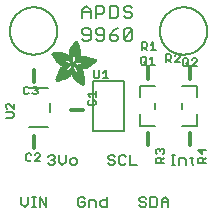
<source format=gbr>
G04 EAGLE Gerber RS-274X export*
G75*
%MOMM*%
%FSLAX34Y34*%
%LPD*%
%INSilkscreen Top*%
%IPPOS*%
%AMOC8*
5,1,8,0,0,1.08239X$1,22.5*%
G01*
%ADD10C,0.152400*%
%ADD11C,0.203200*%
%ADD12C,0.127000*%
%ADD13C,0.304800*%
%ADD14R,0.050800X0.006300*%
%ADD15R,0.082600X0.006400*%
%ADD16R,0.120600X0.006300*%
%ADD17R,0.139700X0.006400*%
%ADD18R,0.158800X0.006300*%
%ADD19R,0.177800X0.006400*%
%ADD20R,0.196800X0.006300*%
%ADD21R,0.215900X0.006400*%
%ADD22R,0.228600X0.006300*%
%ADD23R,0.241300X0.006400*%
%ADD24R,0.254000X0.006300*%
%ADD25R,0.266700X0.006400*%
%ADD26R,0.279400X0.006300*%
%ADD27R,0.285700X0.006400*%
%ADD28R,0.298400X0.006300*%
%ADD29R,0.311200X0.006400*%
%ADD30R,0.317500X0.006300*%
%ADD31R,0.330200X0.006400*%
%ADD32R,0.336600X0.006300*%
%ADD33R,0.349200X0.006400*%
%ADD34R,0.361900X0.006300*%
%ADD35R,0.368300X0.006400*%
%ADD36R,0.381000X0.006300*%
%ADD37R,0.387300X0.006400*%
%ADD38R,0.393700X0.006300*%
%ADD39R,0.406400X0.006400*%
%ADD40R,0.412700X0.006300*%
%ADD41R,0.419100X0.006400*%
%ADD42R,0.431800X0.006300*%
%ADD43R,0.438100X0.006400*%
%ADD44R,0.450800X0.006300*%
%ADD45R,0.457200X0.006400*%
%ADD46R,0.463500X0.006300*%
%ADD47R,0.476200X0.006400*%
%ADD48R,0.482600X0.006300*%
%ADD49R,0.488900X0.006400*%
%ADD50R,0.501600X0.006300*%
%ADD51R,0.508000X0.006400*%
%ADD52R,0.514300X0.006300*%
%ADD53R,0.527000X0.006400*%
%ADD54R,0.533400X0.006300*%
%ADD55R,0.546100X0.006400*%
%ADD56R,0.552400X0.006300*%
%ADD57R,0.558800X0.006400*%
%ADD58R,0.571500X0.006300*%
%ADD59R,0.577800X0.006400*%
%ADD60R,0.584200X0.006300*%
%ADD61R,0.596900X0.006400*%
%ADD62R,0.603200X0.006300*%
%ADD63R,0.609600X0.006400*%
%ADD64R,0.622300X0.006300*%
%ADD65R,0.628600X0.006400*%
%ADD66R,0.641300X0.006300*%
%ADD67R,0.647700X0.006400*%
%ADD68R,0.063500X0.006300*%
%ADD69R,0.654000X0.006300*%
%ADD70R,0.101600X0.006400*%
%ADD71R,0.666700X0.006400*%
%ADD72R,0.139700X0.006300*%
%ADD73R,0.673100X0.006300*%
%ADD74R,0.165100X0.006400*%
%ADD75R,0.679400X0.006400*%
%ADD76R,0.196900X0.006300*%
%ADD77R,0.692100X0.006300*%
%ADD78R,0.222200X0.006400*%
%ADD79R,0.698500X0.006400*%
%ADD80R,0.247700X0.006300*%
%ADD81R,0.704800X0.006300*%
%ADD82R,0.279400X0.006400*%
%ADD83R,0.717500X0.006400*%
%ADD84R,0.298500X0.006300*%
%ADD85R,0.723900X0.006300*%
%ADD86R,0.736600X0.006400*%
%ADD87R,0.342900X0.006300*%
%ADD88R,0.742900X0.006300*%
%ADD89R,0.374700X0.006400*%
%ADD90R,0.749300X0.006400*%
%ADD91R,0.762000X0.006300*%
%ADD92R,0.412700X0.006400*%
%ADD93R,0.768300X0.006400*%
%ADD94R,0.438100X0.006300*%
%ADD95R,0.774700X0.006300*%
%ADD96R,0.463600X0.006400*%
%ADD97R,0.787400X0.006400*%
%ADD98R,0.793700X0.006300*%
%ADD99R,0.495300X0.006400*%
%ADD100R,0.800100X0.006400*%
%ADD101R,0.520700X0.006300*%
%ADD102R,0.812800X0.006300*%
%ADD103R,0.533400X0.006400*%
%ADD104R,0.819100X0.006400*%
%ADD105R,0.558800X0.006300*%
%ADD106R,0.825500X0.006300*%
%ADD107R,0.577900X0.006400*%
%ADD108R,0.831800X0.006400*%
%ADD109R,0.596900X0.006300*%
%ADD110R,0.844500X0.006300*%
%ADD111R,0.616000X0.006400*%
%ADD112R,0.850900X0.006400*%
%ADD113R,0.635000X0.006300*%
%ADD114R,0.857200X0.006300*%
%ADD115R,0.654100X0.006400*%
%ADD116R,0.863600X0.006400*%
%ADD117R,0.666700X0.006300*%
%ADD118R,0.869900X0.006300*%
%ADD119R,0.685800X0.006400*%
%ADD120R,0.876300X0.006400*%
%ADD121R,0.882600X0.006300*%
%ADD122R,0.723900X0.006400*%
%ADD123R,0.889000X0.006400*%
%ADD124R,0.895300X0.006300*%
%ADD125R,0.755700X0.006400*%
%ADD126R,0.901700X0.006400*%
%ADD127R,0.908000X0.006300*%
%ADD128R,0.793800X0.006400*%
%ADD129R,0.914400X0.006400*%
%ADD130R,0.806400X0.006300*%
%ADD131R,0.920700X0.006300*%
%ADD132R,0.825500X0.006400*%
%ADD133R,0.927100X0.006400*%
%ADD134R,0.933400X0.006300*%
%ADD135R,0.857300X0.006400*%
%ADD136R,0.939800X0.006400*%
%ADD137R,0.870000X0.006300*%
%ADD138R,0.939800X0.006300*%
%ADD139R,0.946100X0.006400*%
%ADD140R,0.952500X0.006300*%
%ADD141R,0.908000X0.006400*%
%ADD142R,0.958800X0.006400*%
%ADD143R,0.965200X0.006300*%
%ADD144R,0.965200X0.006400*%
%ADD145R,0.971500X0.006300*%
%ADD146R,0.952500X0.006400*%
%ADD147R,0.977900X0.006400*%
%ADD148R,0.958800X0.006300*%
%ADD149R,0.984200X0.006300*%
%ADD150R,0.971500X0.006400*%
%ADD151R,0.984200X0.006400*%
%ADD152R,0.990600X0.006300*%
%ADD153R,0.984300X0.006400*%
%ADD154R,0.996900X0.006400*%
%ADD155R,0.997000X0.006300*%
%ADD156R,0.996900X0.006300*%
%ADD157R,1.003300X0.006400*%
%ADD158R,1.016000X0.006300*%
%ADD159R,1.009600X0.006300*%
%ADD160R,1.016000X0.006400*%
%ADD161R,1.009600X0.006400*%
%ADD162R,1.022300X0.006300*%
%ADD163R,1.028700X0.006400*%
%ADD164R,1.035100X0.006300*%
%ADD165R,1.047800X0.006400*%
%ADD166R,1.054100X0.006300*%
%ADD167R,1.028700X0.006300*%
%ADD168R,1.054100X0.006400*%
%ADD169R,1.035000X0.006400*%
%ADD170R,1.060400X0.006300*%
%ADD171R,1.035000X0.006300*%
%ADD172R,1.060500X0.006400*%
%ADD173R,1.041400X0.006400*%
%ADD174R,1.066800X0.006300*%
%ADD175R,1.041400X0.006300*%
%ADD176R,1.079500X0.006400*%
%ADD177R,1.047700X0.006400*%
%ADD178R,1.085900X0.006300*%
%ADD179R,1.047700X0.006300*%
%ADD180R,1.085800X0.006400*%
%ADD181R,1.092200X0.006300*%
%ADD182R,1.085900X0.006400*%
%ADD183R,1.098600X0.006300*%
%ADD184R,1.098600X0.006400*%
%ADD185R,1.060400X0.006400*%
%ADD186R,1.104900X0.006300*%
%ADD187R,1.104900X0.006400*%
%ADD188R,1.066800X0.006400*%
%ADD189R,1.111200X0.006300*%
%ADD190R,1.117600X0.006400*%
%ADD191R,1.117600X0.006300*%
%ADD192R,1.073100X0.006300*%
%ADD193R,1.073100X0.006400*%
%ADD194R,1.124000X0.006300*%
%ADD195R,1.079500X0.006300*%
%ADD196R,1.123900X0.006400*%
%ADD197R,1.130300X0.006300*%
%ADD198R,1.130300X0.006400*%
%ADD199R,1.136700X0.006400*%
%ADD200R,1.136700X0.006300*%
%ADD201R,1.085800X0.006300*%
%ADD202R,1.136600X0.006400*%
%ADD203R,1.136600X0.006300*%
%ADD204R,1.143000X0.006400*%
%ADD205R,1.143000X0.006300*%
%ADD206R,1.149400X0.006300*%
%ADD207R,1.149300X0.006300*%
%ADD208R,1.149300X0.006400*%
%ADD209R,1.149400X0.006400*%
%ADD210R,1.155700X0.006400*%
%ADD211R,1.155700X0.006300*%
%ADD212R,1.060500X0.006300*%
%ADD213R,2.197100X0.006400*%
%ADD214R,2.197100X0.006300*%
%ADD215R,2.184400X0.006300*%
%ADD216R,2.184400X0.006400*%
%ADD217R,2.171700X0.006400*%
%ADD218R,2.171700X0.006300*%
%ADD219R,1.530300X0.006400*%
%ADD220R,1.505000X0.006300*%
%ADD221R,1.492300X0.006400*%
%ADD222R,1.485900X0.006300*%
%ADD223R,0.565200X0.006300*%
%ADD224R,1.473200X0.006400*%
%ADD225R,0.565200X0.006400*%
%ADD226R,1.460500X0.006300*%
%ADD227R,1.454100X0.006400*%
%ADD228R,0.552400X0.006400*%
%ADD229R,1.441500X0.006300*%
%ADD230R,0.546100X0.006300*%
%ADD231R,1.435100X0.006400*%
%ADD232R,0.539800X0.006400*%
%ADD233R,1.428800X0.006300*%
%ADD234R,1.422400X0.006400*%
%ADD235R,1.409700X0.006300*%
%ADD236R,0.527100X0.006300*%
%ADD237R,1.403300X0.006400*%
%ADD238R,0.527100X0.006400*%
%ADD239R,1.390700X0.006300*%
%ADD240R,1.384300X0.006400*%
%ADD241R,0.520700X0.006400*%
%ADD242R,1.384300X0.006300*%
%ADD243R,0.514400X0.006300*%
%ADD244R,1.371600X0.006400*%
%ADD245R,1.365200X0.006300*%
%ADD246R,0.508000X0.006300*%
%ADD247R,1.352600X0.006400*%
%ADD248R,0.501700X0.006400*%
%ADD249R,0.711200X0.006300*%
%ADD250R,0.603300X0.006300*%
%ADD251R,0.501700X0.006300*%
%ADD252R,0.692100X0.006400*%
%ADD253R,0.571500X0.006400*%
%ADD254R,0.679400X0.006300*%
%ADD255R,0.495300X0.006300*%
%ADD256R,0.673100X0.006400*%
%ADD257R,0.666800X0.006300*%
%ADD258R,0.488900X0.006300*%
%ADD259R,0.660400X0.006400*%
%ADD260R,0.482600X0.006400*%
%ADD261R,0.476200X0.006300*%
%ADD262R,0.654000X0.006400*%
%ADD263R,0.469900X0.006400*%
%ADD264R,0.476300X0.006400*%
%ADD265R,0.647700X0.006300*%
%ADD266R,0.457200X0.006300*%
%ADD267R,0.469900X0.006300*%
%ADD268R,0.641300X0.006400*%
%ADD269R,0.444500X0.006400*%
%ADD270R,0.463600X0.006300*%
%ADD271R,0.635000X0.006400*%
%ADD272R,0.463500X0.006400*%
%ADD273R,0.393700X0.006400*%
%ADD274R,0.450800X0.006400*%
%ADD275R,0.628600X0.006300*%
%ADD276R,0.387400X0.006300*%
%ADD277R,0.450900X0.006300*%
%ADD278R,0.628700X0.006400*%
%ADD279R,0.374600X0.006400*%
%ADD280R,0.368300X0.006300*%
%ADD281R,0.438200X0.006300*%
%ADD282R,0.622300X0.006400*%
%ADD283R,0.355600X0.006400*%
%ADD284R,0.431800X0.006400*%
%ADD285R,0.349300X0.006300*%
%ADD286R,0.425400X0.006300*%
%ADD287R,0.615900X0.006300*%
%ADD288R,0.330200X0.006300*%
%ADD289R,0.419100X0.006300*%
%ADD290R,0.616000X0.006300*%
%ADD291R,0.311200X0.006300*%
%ADD292R,0.406400X0.006300*%
%ADD293R,0.615900X0.006400*%
%ADD294R,0.304800X0.006400*%
%ADD295R,0.158800X0.006400*%
%ADD296R,0.609600X0.006300*%
%ADD297R,0.292100X0.006300*%
%ADD298R,0.235000X0.006300*%
%ADD299R,0.387400X0.006400*%
%ADD300R,0.292100X0.006400*%
%ADD301R,0.336500X0.006300*%
%ADD302R,0.260400X0.006300*%
%ADD303R,0.603300X0.006400*%
%ADD304R,0.260400X0.006400*%
%ADD305R,0.362000X0.006400*%
%ADD306R,0.450900X0.006400*%
%ADD307R,0.355600X0.006300*%
%ADD308R,0.342900X0.006400*%
%ADD309R,0.514300X0.006400*%
%ADD310R,0.234900X0.006300*%
%ADD311R,0.539700X0.006300*%
%ADD312R,0.603200X0.006400*%
%ADD313R,0.234900X0.006400*%
%ADD314R,0.920700X0.006400*%
%ADD315R,0.958900X0.006400*%
%ADD316R,0.215900X0.006300*%
%ADD317R,0.209600X0.006400*%
%ADD318R,0.203200X0.006300*%
%ADD319R,1.003300X0.006300*%
%ADD320R,0.203200X0.006400*%
%ADD321R,0.196900X0.006400*%
%ADD322R,0.190500X0.006300*%
%ADD323R,0.190500X0.006400*%
%ADD324R,0.184200X0.006300*%
%ADD325R,0.590500X0.006400*%
%ADD326R,0.184200X0.006400*%
%ADD327R,0.590500X0.006300*%
%ADD328R,0.177800X0.006300*%
%ADD329R,0.584200X0.006400*%
%ADD330R,1.168400X0.006400*%
%ADD331R,0.171500X0.006300*%
%ADD332R,1.187500X0.006300*%
%ADD333R,1.200100X0.006400*%
%ADD334R,0.577800X0.006300*%
%ADD335R,1.212900X0.006300*%
%ADD336R,1.231900X0.006400*%
%ADD337R,1.250900X0.006300*%
%ADD338R,0.565100X0.006400*%
%ADD339R,0.184100X0.006400*%
%ADD340R,1.263700X0.006400*%
%ADD341R,0.565100X0.006300*%
%ADD342R,1.289100X0.006300*%
%ADD343R,1.314400X0.006400*%
%ADD344R,0.552500X0.006300*%
%ADD345R,1.568500X0.006300*%
%ADD346R,0.552500X0.006400*%
%ADD347R,1.581200X0.006400*%
%ADD348R,1.593800X0.006300*%
%ADD349R,1.606500X0.006400*%
%ADD350R,1.619300X0.006300*%
%ADD351R,0.514400X0.006400*%
%ADD352R,1.638300X0.006400*%
%ADD353R,1.657300X0.006300*%
%ADD354R,2.209800X0.006400*%
%ADD355R,2.425700X0.006300*%
%ADD356R,2.470100X0.006400*%
%ADD357R,2.501900X0.006300*%
%ADD358R,2.533700X0.006400*%
%ADD359R,2.559000X0.006300*%
%ADD360R,2.584500X0.006400*%
%ADD361R,2.609900X0.006300*%
%ADD362R,2.628900X0.006400*%
%ADD363R,2.660600X0.006300*%
%ADD364R,2.673400X0.006400*%
%ADD365R,1.422400X0.006300*%
%ADD366R,1.200200X0.006300*%
%ADD367R,1.365300X0.006300*%
%ADD368R,1.365300X0.006400*%
%ADD369R,1.352500X0.006300*%
%ADD370R,1.098500X0.006300*%
%ADD371R,1.358900X0.006400*%
%ADD372R,1.352600X0.006300*%
%ADD373R,1.358900X0.006300*%
%ADD374R,1.371600X0.006300*%
%ADD375R,1.377900X0.006400*%
%ADD376R,1.397000X0.006400*%
%ADD377R,1.403300X0.006300*%
%ADD378R,0.914400X0.006300*%
%ADD379R,0.876300X0.006300*%
%ADD380R,0.374600X0.006300*%
%ADD381R,1.073200X0.006400*%
%ADD382R,0.374700X0.006300*%
%ADD383R,0.844600X0.006400*%
%ADD384R,0.844600X0.006300*%
%ADD385R,0.831900X0.006400*%
%ADD386R,1.092200X0.006400*%
%ADD387R,0.400000X0.006300*%
%ADD388R,0.819200X0.006400*%
%ADD389R,1.111300X0.006400*%
%ADD390R,0.812800X0.006400*%
%ADD391R,0.800100X0.006300*%
%ADD392R,0.476300X0.006300*%
%ADD393R,1.181100X0.006300*%
%ADD394R,0.501600X0.006400*%
%ADD395R,1.193800X0.006400*%
%ADD396R,0.781000X0.006400*%
%ADD397R,1.238200X0.006400*%
%ADD398R,0.781100X0.006300*%
%ADD399R,1.257300X0.006300*%
%ADD400R,1.295400X0.006400*%
%ADD401R,1.333500X0.006300*%
%ADD402R,0.774700X0.006400*%
%ADD403R,1.866900X0.006400*%
%ADD404R,0.209600X0.006300*%
%ADD405R,1.866900X0.006300*%
%ADD406R,0.768400X0.006400*%
%ADD407R,0.209500X0.006400*%
%ADD408R,1.860600X0.006400*%
%ADD409R,0.762000X0.006400*%
%ADD410R,0.768400X0.006300*%
%ADD411R,1.860600X0.006300*%
%ADD412R,1.860500X0.006400*%
%ADD413R,0.222300X0.006300*%
%ADD414R,1.854200X0.006300*%
%ADD415R,0.235000X0.006400*%
%ADD416R,1.854200X0.006400*%
%ADD417R,0.768300X0.006300*%
%ADD418R,0.260300X0.006400*%
%ADD419R,1.847800X0.006400*%
%ADD420R,0.266700X0.006300*%
%ADD421R,1.847800X0.006300*%
%ADD422R,0.273100X0.006400*%
%ADD423R,1.841500X0.006400*%
%ADD424R,0.285800X0.006300*%
%ADD425R,1.841500X0.006300*%
%ADD426R,0.298500X0.006400*%
%ADD427R,1.835100X0.006400*%
%ADD428R,0.781000X0.006300*%
%ADD429R,0.304800X0.006300*%
%ADD430R,1.835100X0.006300*%
%ADD431R,0.317500X0.006400*%
%ADD432R,1.828800X0.006400*%
%ADD433R,0.787400X0.006300*%
%ADD434R,0.323800X0.006300*%
%ADD435R,1.828800X0.006300*%
%ADD436R,0.793700X0.006400*%
%ADD437R,1.822400X0.006400*%
%ADD438R,0.806500X0.006300*%
%ADD439R,1.822400X0.006300*%
%ADD440R,1.816100X0.006400*%
%ADD441R,0.819100X0.006300*%
%ADD442R,0.387300X0.006300*%
%ADD443R,1.816100X0.006300*%
%ADD444R,1.809800X0.006400*%
%ADD445R,1.803400X0.006300*%
%ADD446R,1.797000X0.006400*%
%ADD447R,0.901700X0.006300*%
%ADD448R,1.797000X0.006300*%
%ADD449R,1.441400X0.006400*%
%ADD450R,1.790700X0.006400*%
%ADD451R,1.447800X0.006300*%
%ADD452R,1.784300X0.006300*%
%ADD453R,1.447800X0.006400*%
%ADD454R,1.784300X0.006400*%
%ADD455R,1.454100X0.006300*%
%ADD456R,1.771700X0.006300*%
%ADD457R,1.460500X0.006400*%
%ADD458R,1.759000X0.006400*%
%ADD459R,1.466800X0.006300*%
%ADD460R,1.752600X0.006300*%
%ADD461R,1.466800X0.006400*%
%ADD462R,1.739900X0.006400*%
%ADD463R,1.473200X0.006300*%
%ADD464R,1.727200X0.006300*%
%ADD465R,1.479500X0.006400*%
%ADD466R,1.714500X0.006400*%
%ADD467R,1.695400X0.006300*%
%ADD468R,1.485900X0.006400*%
%ADD469R,1.682700X0.006400*%
%ADD470R,1.492200X0.006300*%
%ADD471R,1.663700X0.006300*%
%ADD472R,1.498600X0.006400*%
%ADD473R,1.644600X0.006400*%
%ADD474R,1.498600X0.006300*%
%ADD475R,1.619200X0.006300*%
%ADD476R,1.511300X0.006400*%
%ADD477R,1.600200X0.006400*%
%ADD478R,1.517700X0.006300*%
%ADD479R,1.574800X0.006300*%
%ADD480R,1.524000X0.006400*%
%ADD481R,1.555800X0.006400*%
%ADD482R,1.524000X0.006300*%
%ADD483R,1.536700X0.006300*%
%ADD484R,1.530400X0.006400*%
%ADD485R,1.517700X0.006400*%
%ADD486R,1.492300X0.006300*%
%ADD487R,1.549400X0.006400*%
%ADD488R,1.479600X0.006400*%
%ADD489R,1.549400X0.006300*%
%ADD490R,1.555700X0.006400*%
%ADD491R,1.562100X0.006300*%
%ADD492R,0.323900X0.006300*%
%ADD493R,1.568400X0.006400*%
%ADD494R,0.336600X0.006400*%
%ADD495R,1.587500X0.006300*%
%ADD496R,0.971600X0.006300*%
%ADD497R,0.349300X0.006400*%
%ADD498R,1.600200X0.006300*%
%ADD499R,0.920800X0.006300*%
%ADD500R,0.882700X0.006400*%
%ADD501R,1.612900X0.006300*%
%ADD502R,0.362000X0.006300*%
%ADD503R,1.625600X0.006400*%
%ADD504R,1.625600X0.006300*%
%ADD505R,1.644600X0.006300*%
%ADD506R,0.736600X0.006300*%
%ADD507R,0.717600X0.006400*%
%ADD508R,1.657400X0.006300*%
%ADD509R,0.679500X0.006300*%
%ADD510R,1.663700X0.006400*%
%ADD511R,0.400000X0.006400*%
%ADD512R,1.676400X0.006300*%
%ADD513R,1.676400X0.006400*%
%ADD514R,0.425500X0.006400*%
%ADD515R,1.352500X0.006400*%
%ADD516R,0.444500X0.006300*%
%ADD517R,0.361900X0.006400*%
%ADD518R,0.088900X0.006300*%
%ADD519R,1.009700X0.006300*%
%ADD520R,1.009700X0.006400*%
%ADD521R,1.022300X0.006400*%
%ADD522R,1.346200X0.006400*%
%ADD523R,1.346200X0.006300*%
%ADD524R,1.339900X0.006400*%
%ADD525R,1.035100X0.006400*%
%ADD526R,1.339800X0.006300*%
%ADD527R,1.333500X0.006400*%
%ADD528R,1.327200X0.006400*%
%ADD529R,1.320800X0.006300*%
%ADD530R,1.314500X0.006400*%
%ADD531R,1.314400X0.006300*%
%ADD532R,1.301700X0.006400*%
%ADD533R,1.295400X0.006300*%
%ADD534R,1.289000X0.006400*%
%ADD535R,1.276300X0.006300*%
%ADD536R,1.251000X0.006300*%
%ADD537R,1.244600X0.006400*%
%ADD538R,1.231900X0.006300*%
%ADD539R,1.212800X0.006400*%
%ADD540R,1.200100X0.006300*%
%ADD541R,1.187400X0.006400*%
%ADD542R,1.168400X0.006300*%
%ADD543R,1.047800X0.006300*%
%ADD544R,0.977900X0.006300*%
%ADD545R,0.946200X0.006400*%
%ADD546R,0.933400X0.006400*%
%ADD547R,0.895300X0.006400*%
%ADD548R,0.882700X0.006300*%
%ADD549R,0.863600X0.006300*%
%ADD550R,0.857200X0.006400*%
%ADD551R,0.850900X0.006300*%
%ADD552R,0.838200X0.006300*%
%ADD553R,0.806500X0.006400*%
%ADD554R,0.717600X0.006300*%
%ADD555R,0.711200X0.006400*%
%ADD556R,0.641400X0.006400*%
%ADD557R,0.641400X0.006300*%
%ADD558R,0.628700X0.006300*%
%ADD559R,0.590600X0.006300*%
%ADD560R,0.539700X0.006400*%
%ADD561R,0.285700X0.006300*%
%ADD562R,0.222200X0.006300*%
%ADD563R,0.171400X0.006300*%
%ADD564R,0.152400X0.006400*%
%ADD565R,0.133400X0.006300*%


D10*
X14958Y11945D02*
X14958Y6183D01*
X17840Y3302D01*
X20721Y6183D01*
X20721Y11945D01*
X24314Y3302D02*
X27195Y3302D01*
X25754Y3302D02*
X25754Y11945D01*
X24314Y11945D02*
X27195Y11945D01*
X30550Y11945D02*
X30550Y3302D01*
X36313Y3302D02*
X30550Y11945D01*
X36313Y11945D02*
X36313Y3302D01*
X37529Y46065D02*
X38970Y47505D01*
X41851Y47505D01*
X43291Y46065D01*
X43291Y44624D01*
X41851Y43184D01*
X40410Y43184D01*
X41851Y43184D02*
X43291Y41743D01*
X43291Y40303D01*
X41851Y38862D01*
X38970Y38862D01*
X37529Y40303D01*
X46884Y41743D02*
X46884Y47505D01*
X46884Y41743D02*
X49766Y38862D01*
X52647Y41743D01*
X52647Y47505D01*
X57680Y38862D02*
X60561Y38862D01*
X62002Y40303D01*
X62002Y43184D01*
X60561Y44624D01*
X57680Y44624D01*
X56240Y43184D01*
X56240Y40303D01*
X57680Y38862D01*
X67251Y11945D02*
X68691Y10505D01*
X67251Y11945D02*
X64370Y11945D01*
X62929Y10505D01*
X62929Y4743D01*
X64370Y3302D01*
X67251Y3302D01*
X68691Y4743D01*
X68691Y7624D01*
X65810Y7624D01*
X72284Y9064D02*
X72284Y3302D01*
X72284Y9064D02*
X76606Y9064D01*
X78047Y7624D01*
X78047Y3302D01*
X87402Y3302D02*
X87402Y11945D01*
X87402Y3302D02*
X83080Y3302D01*
X81640Y4743D01*
X81640Y7624D01*
X83080Y9064D01*
X87402Y9064D01*
X94091Y46065D02*
X92651Y47505D01*
X89770Y47505D01*
X88329Y46065D01*
X88329Y44624D01*
X89770Y43184D01*
X92651Y43184D01*
X94091Y41743D01*
X94091Y40303D01*
X92651Y38862D01*
X89770Y38862D01*
X88329Y40303D01*
X102006Y47505D02*
X103447Y46065D01*
X102006Y47505D02*
X99125Y47505D01*
X97684Y46065D01*
X97684Y40303D01*
X99125Y38862D01*
X102006Y38862D01*
X103447Y40303D01*
X107040Y38862D02*
X107040Y47505D01*
X107040Y38862D02*
X112802Y38862D01*
X119321Y11945D02*
X120761Y10505D01*
X119321Y11945D02*
X116440Y11945D01*
X114999Y10505D01*
X114999Y9064D01*
X116440Y7624D01*
X119321Y7624D01*
X120761Y6183D01*
X120761Y4743D01*
X119321Y3302D01*
X116440Y3302D01*
X114999Y4743D01*
X124354Y3302D02*
X124354Y11945D01*
X124354Y3302D02*
X128676Y3302D01*
X130117Y4743D01*
X130117Y10505D01*
X128676Y11945D01*
X124354Y11945D01*
X133710Y9064D02*
X133710Y3302D01*
X133710Y9064D02*
X136591Y11945D01*
X139472Y9064D01*
X139472Y3302D01*
X139472Y7624D02*
X133710Y7624D01*
X142248Y38862D02*
X145129Y38862D01*
X143688Y38862D02*
X143688Y47505D01*
X142248Y47505D02*
X145129Y47505D01*
X148484Y44624D02*
X148484Y38862D01*
X148484Y44624D02*
X152806Y44624D01*
X154247Y43184D01*
X154247Y38862D01*
X159280Y40303D02*
X159280Y46065D01*
X159280Y40303D02*
X160721Y38862D01*
X160721Y44624D02*
X157840Y44624D01*
D11*
X66528Y162941D02*
X66528Y170059D01*
X70087Y173618D01*
X73646Y170059D01*
X73646Y162941D01*
X73646Y168280D02*
X66528Y168280D01*
X78222Y173618D02*
X78222Y162941D01*
X78222Y173618D02*
X83561Y173618D01*
X85340Y171839D01*
X85340Y168280D01*
X83561Y166500D01*
X78222Y166500D01*
X89916Y162941D02*
X89916Y173618D01*
X89916Y162941D02*
X95255Y162941D01*
X97034Y164721D01*
X97034Y171839D01*
X95255Y173618D01*
X89916Y173618D01*
X106949Y173618D02*
X108728Y171839D01*
X106949Y173618D02*
X103389Y173618D01*
X101610Y171839D01*
X101610Y170059D01*
X103389Y168280D01*
X106949Y168280D01*
X108728Y166500D01*
X108728Y164721D01*
X106949Y162941D01*
X103389Y162941D01*
X101610Y164721D01*
X68308Y143891D02*
X66528Y145671D01*
X68308Y143891D02*
X71867Y143891D01*
X73646Y145671D01*
X73646Y152789D01*
X71867Y154568D01*
X68308Y154568D01*
X66528Y152789D01*
X66528Y151009D01*
X68308Y149230D01*
X73646Y149230D01*
X78222Y145671D02*
X80002Y143891D01*
X83561Y143891D01*
X85340Y145671D01*
X85340Y152789D01*
X83561Y154568D01*
X80002Y154568D01*
X78222Y152789D01*
X78222Y151009D01*
X80002Y149230D01*
X85340Y149230D01*
X93475Y152789D02*
X97034Y154568D01*
X93475Y152789D02*
X89916Y149230D01*
X89916Y145671D01*
X91695Y143891D01*
X95255Y143891D01*
X97034Y145671D01*
X97034Y147450D01*
X95255Y149230D01*
X89916Y149230D01*
X101610Y145671D02*
X101610Y152789D01*
X103389Y154568D01*
X106949Y154568D01*
X108728Y152789D01*
X108728Y145671D01*
X106949Y143891D01*
X103389Y143891D01*
X101610Y145671D01*
X108728Y152789D01*
D12*
X101900Y109900D02*
X75900Y109900D01*
X101900Y109900D02*
X101900Y67900D01*
X75900Y67900D01*
X75900Y109900D01*
D10*
X76662Y113764D02*
X76662Y119272D01*
X76662Y113764D02*
X77764Y112662D01*
X79967Y112662D01*
X81068Y113764D01*
X81068Y119272D01*
X84146Y117068D02*
X86349Y119272D01*
X86349Y112662D01*
X84146Y112662D02*
X88553Y112662D01*
D11*
X5400Y152400D02*
X5406Y152891D01*
X5424Y153381D01*
X5454Y153871D01*
X5496Y154360D01*
X5550Y154848D01*
X5616Y155335D01*
X5694Y155819D01*
X5784Y156302D01*
X5886Y156782D01*
X5999Y157260D01*
X6124Y157734D01*
X6261Y158206D01*
X6409Y158674D01*
X6569Y159138D01*
X6740Y159598D01*
X6922Y160054D01*
X7116Y160505D01*
X7320Y160951D01*
X7536Y161392D01*
X7762Y161828D01*
X7998Y162258D01*
X8245Y162682D01*
X8503Y163100D01*
X8771Y163511D01*
X9048Y163916D01*
X9336Y164314D01*
X9633Y164705D01*
X9940Y165088D01*
X10256Y165463D01*
X10581Y165831D01*
X10915Y166191D01*
X11258Y166542D01*
X11609Y166885D01*
X11969Y167219D01*
X12337Y167544D01*
X12712Y167860D01*
X13095Y168167D01*
X13486Y168464D01*
X13884Y168752D01*
X14289Y169029D01*
X14700Y169297D01*
X15118Y169555D01*
X15542Y169802D01*
X15972Y170038D01*
X16408Y170264D01*
X16849Y170480D01*
X17295Y170684D01*
X17746Y170878D01*
X18202Y171060D01*
X18662Y171231D01*
X19126Y171391D01*
X19594Y171539D01*
X20066Y171676D01*
X20540Y171801D01*
X21018Y171914D01*
X21498Y172016D01*
X21981Y172106D01*
X22465Y172184D01*
X22952Y172250D01*
X23440Y172304D01*
X23929Y172346D01*
X24419Y172376D01*
X24909Y172394D01*
X25400Y172400D01*
X25891Y172394D01*
X26381Y172376D01*
X26871Y172346D01*
X27360Y172304D01*
X27848Y172250D01*
X28335Y172184D01*
X28819Y172106D01*
X29302Y172016D01*
X29782Y171914D01*
X30260Y171801D01*
X30734Y171676D01*
X31206Y171539D01*
X31674Y171391D01*
X32138Y171231D01*
X32598Y171060D01*
X33054Y170878D01*
X33505Y170684D01*
X33951Y170480D01*
X34392Y170264D01*
X34828Y170038D01*
X35258Y169802D01*
X35682Y169555D01*
X36100Y169297D01*
X36511Y169029D01*
X36916Y168752D01*
X37314Y168464D01*
X37705Y168167D01*
X38088Y167860D01*
X38463Y167544D01*
X38831Y167219D01*
X39191Y166885D01*
X39542Y166542D01*
X39885Y166191D01*
X40219Y165831D01*
X40544Y165463D01*
X40860Y165088D01*
X41167Y164705D01*
X41464Y164314D01*
X41752Y163916D01*
X42029Y163511D01*
X42297Y163100D01*
X42555Y162682D01*
X42802Y162258D01*
X43038Y161828D01*
X43264Y161392D01*
X43480Y160951D01*
X43684Y160505D01*
X43878Y160054D01*
X44060Y159598D01*
X44231Y159138D01*
X44391Y158674D01*
X44539Y158206D01*
X44676Y157734D01*
X44801Y157260D01*
X44914Y156782D01*
X45016Y156302D01*
X45106Y155819D01*
X45184Y155335D01*
X45250Y154848D01*
X45304Y154360D01*
X45346Y153871D01*
X45376Y153381D01*
X45394Y152891D01*
X45400Y152400D01*
X45394Y151909D01*
X45376Y151419D01*
X45346Y150929D01*
X45304Y150440D01*
X45250Y149952D01*
X45184Y149465D01*
X45106Y148981D01*
X45016Y148498D01*
X44914Y148018D01*
X44801Y147540D01*
X44676Y147066D01*
X44539Y146594D01*
X44391Y146126D01*
X44231Y145662D01*
X44060Y145202D01*
X43878Y144746D01*
X43684Y144295D01*
X43480Y143849D01*
X43264Y143408D01*
X43038Y142972D01*
X42802Y142542D01*
X42555Y142118D01*
X42297Y141700D01*
X42029Y141289D01*
X41752Y140884D01*
X41464Y140486D01*
X41167Y140095D01*
X40860Y139712D01*
X40544Y139337D01*
X40219Y138969D01*
X39885Y138609D01*
X39542Y138258D01*
X39191Y137915D01*
X38831Y137581D01*
X38463Y137256D01*
X38088Y136940D01*
X37705Y136633D01*
X37314Y136336D01*
X36916Y136048D01*
X36511Y135771D01*
X36100Y135503D01*
X35682Y135245D01*
X35258Y134998D01*
X34828Y134762D01*
X34392Y134536D01*
X33951Y134320D01*
X33505Y134116D01*
X33054Y133922D01*
X32598Y133740D01*
X32138Y133569D01*
X31674Y133409D01*
X31206Y133261D01*
X30734Y133124D01*
X30260Y132999D01*
X29782Y132886D01*
X29302Y132784D01*
X28819Y132694D01*
X28335Y132616D01*
X27848Y132550D01*
X27360Y132496D01*
X26871Y132454D01*
X26381Y132424D01*
X25891Y132406D01*
X25400Y132400D01*
X24909Y132406D01*
X24419Y132424D01*
X23929Y132454D01*
X23440Y132496D01*
X22952Y132550D01*
X22465Y132616D01*
X21981Y132694D01*
X21498Y132784D01*
X21018Y132886D01*
X20540Y132999D01*
X20066Y133124D01*
X19594Y133261D01*
X19126Y133409D01*
X18662Y133569D01*
X18202Y133740D01*
X17746Y133922D01*
X17295Y134116D01*
X16849Y134320D01*
X16408Y134536D01*
X15972Y134762D01*
X15542Y134998D01*
X15118Y135245D01*
X14700Y135503D01*
X14289Y135771D01*
X13884Y136048D01*
X13486Y136336D01*
X13095Y136633D01*
X12712Y136940D01*
X12337Y137256D01*
X11969Y137581D01*
X11609Y137915D01*
X11258Y138258D01*
X10915Y138609D01*
X10581Y138969D01*
X10256Y139337D01*
X9940Y139712D01*
X9633Y140095D01*
X9336Y140486D01*
X9048Y140884D01*
X8771Y141289D01*
X8503Y141700D01*
X8245Y142118D01*
X7998Y142542D01*
X7762Y142972D01*
X7536Y143408D01*
X7320Y143849D01*
X7116Y144295D01*
X6922Y144746D01*
X6740Y145202D01*
X6569Y145662D01*
X6409Y146126D01*
X6261Y146594D01*
X6124Y147066D01*
X5999Y147540D01*
X5886Y148018D01*
X5784Y148498D01*
X5694Y148981D01*
X5616Y149465D01*
X5550Y149952D01*
X5496Y150440D01*
X5454Y150929D01*
X5424Y151419D01*
X5406Y151909D01*
X5400Y152400D01*
X132400Y152400D02*
X132406Y152891D01*
X132424Y153381D01*
X132454Y153871D01*
X132496Y154360D01*
X132550Y154848D01*
X132616Y155335D01*
X132694Y155819D01*
X132784Y156302D01*
X132886Y156782D01*
X132999Y157260D01*
X133124Y157734D01*
X133261Y158206D01*
X133409Y158674D01*
X133569Y159138D01*
X133740Y159598D01*
X133922Y160054D01*
X134116Y160505D01*
X134320Y160951D01*
X134536Y161392D01*
X134762Y161828D01*
X134998Y162258D01*
X135245Y162682D01*
X135503Y163100D01*
X135771Y163511D01*
X136048Y163916D01*
X136336Y164314D01*
X136633Y164705D01*
X136940Y165088D01*
X137256Y165463D01*
X137581Y165831D01*
X137915Y166191D01*
X138258Y166542D01*
X138609Y166885D01*
X138969Y167219D01*
X139337Y167544D01*
X139712Y167860D01*
X140095Y168167D01*
X140486Y168464D01*
X140884Y168752D01*
X141289Y169029D01*
X141700Y169297D01*
X142118Y169555D01*
X142542Y169802D01*
X142972Y170038D01*
X143408Y170264D01*
X143849Y170480D01*
X144295Y170684D01*
X144746Y170878D01*
X145202Y171060D01*
X145662Y171231D01*
X146126Y171391D01*
X146594Y171539D01*
X147066Y171676D01*
X147540Y171801D01*
X148018Y171914D01*
X148498Y172016D01*
X148981Y172106D01*
X149465Y172184D01*
X149952Y172250D01*
X150440Y172304D01*
X150929Y172346D01*
X151419Y172376D01*
X151909Y172394D01*
X152400Y172400D01*
X152891Y172394D01*
X153381Y172376D01*
X153871Y172346D01*
X154360Y172304D01*
X154848Y172250D01*
X155335Y172184D01*
X155819Y172106D01*
X156302Y172016D01*
X156782Y171914D01*
X157260Y171801D01*
X157734Y171676D01*
X158206Y171539D01*
X158674Y171391D01*
X159138Y171231D01*
X159598Y171060D01*
X160054Y170878D01*
X160505Y170684D01*
X160951Y170480D01*
X161392Y170264D01*
X161828Y170038D01*
X162258Y169802D01*
X162682Y169555D01*
X163100Y169297D01*
X163511Y169029D01*
X163916Y168752D01*
X164314Y168464D01*
X164705Y168167D01*
X165088Y167860D01*
X165463Y167544D01*
X165831Y167219D01*
X166191Y166885D01*
X166542Y166542D01*
X166885Y166191D01*
X167219Y165831D01*
X167544Y165463D01*
X167860Y165088D01*
X168167Y164705D01*
X168464Y164314D01*
X168752Y163916D01*
X169029Y163511D01*
X169297Y163100D01*
X169555Y162682D01*
X169802Y162258D01*
X170038Y161828D01*
X170264Y161392D01*
X170480Y160951D01*
X170684Y160505D01*
X170878Y160054D01*
X171060Y159598D01*
X171231Y159138D01*
X171391Y158674D01*
X171539Y158206D01*
X171676Y157734D01*
X171801Y157260D01*
X171914Y156782D01*
X172016Y156302D01*
X172106Y155819D01*
X172184Y155335D01*
X172250Y154848D01*
X172304Y154360D01*
X172346Y153871D01*
X172376Y153381D01*
X172394Y152891D01*
X172400Y152400D01*
X172394Y151909D01*
X172376Y151419D01*
X172346Y150929D01*
X172304Y150440D01*
X172250Y149952D01*
X172184Y149465D01*
X172106Y148981D01*
X172016Y148498D01*
X171914Y148018D01*
X171801Y147540D01*
X171676Y147066D01*
X171539Y146594D01*
X171391Y146126D01*
X171231Y145662D01*
X171060Y145202D01*
X170878Y144746D01*
X170684Y144295D01*
X170480Y143849D01*
X170264Y143408D01*
X170038Y142972D01*
X169802Y142542D01*
X169555Y142118D01*
X169297Y141700D01*
X169029Y141289D01*
X168752Y140884D01*
X168464Y140486D01*
X168167Y140095D01*
X167860Y139712D01*
X167544Y139337D01*
X167219Y138969D01*
X166885Y138609D01*
X166542Y138258D01*
X166191Y137915D01*
X165831Y137581D01*
X165463Y137256D01*
X165088Y136940D01*
X164705Y136633D01*
X164314Y136336D01*
X163916Y136048D01*
X163511Y135771D01*
X163100Y135503D01*
X162682Y135245D01*
X162258Y134998D01*
X161828Y134762D01*
X161392Y134536D01*
X160951Y134320D01*
X160505Y134116D01*
X160054Y133922D01*
X159598Y133740D01*
X159138Y133569D01*
X158674Y133409D01*
X158206Y133261D01*
X157734Y133124D01*
X157260Y132999D01*
X156782Y132886D01*
X156302Y132784D01*
X155819Y132694D01*
X155335Y132616D01*
X154848Y132550D01*
X154360Y132496D01*
X153871Y132454D01*
X153381Y132424D01*
X152891Y132406D01*
X152400Y132400D01*
X151909Y132406D01*
X151419Y132424D01*
X150929Y132454D01*
X150440Y132496D01*
X149952Y132550D01*
X149465Y132616D01*
X148981Y132694D01*
X148498Y132784D01*
X148018Y132886D01*
X147540Y132999D01*
X147066Y133124D01*
X146594Y133261D01*
X146126Y133409D01*
X145662Y133569D01*
X145202Y133740D01*
X144746Y133922D01*
X144295Y134116D01*
X143849Y134320D01*
X143408Y134536D01*
X142972Y134762D01*
X142542Y134998D01*
X142118Y135245D01*
X141700Y135503D01*
X141289Y135771D01*
X140884Y136048D01*
X140486Y136336D01*
X140095Y136633D01*
X139712Y136940D01*
X139337Y137256D01*
X138969Y137581D01*
X138609Y137915D01*
X138258Y138258D01*
X137915Y138609D01*
X137581Y138969D01*
X137256Y139337D01*
X136940Y139712D01*
X136633Y140095D01*
X136336Y140486D01*
X136048Y140884D01*
X135771Y141289D01*
X135503Y141700D01*
X135245Y142118D01*
X134998Y142542D01*
X134762Y142972D01*
X134536Y143408D01*
X134320Y143849D01*
X134116Y144295D01*
X133922Y144746D01*
X133740Y145202D01*
X133569Y145662D01*
X133409Y146126D01*
X133261Y146594D01*
X133124Y147066D01*
X132999Y147540D01*
X132886Y148018D01*
X132784Y148498D01*
X132694Y148981D01*
X132616Y149465D01*
X132550Y149952D01*
X132496Y150440D01*
X132454Y150929D01*
X132424Y151419D01*
X132406Y151909D01*
X132400Y152400D01*
D13*
X67310Y85090D02*
X57150Y85090D01*
D10*
X71241Y92604D02*
X72343Y93705D01*
X71241Y92604D02*
X71241Y90400D01*
X72343Y89299D01*
X76749Y89299D01*
X77851Y90400D01*
X77851Y92604D01*
X76749Y93705D01*
X73445Y96783D02*
X71241Y98986D01*
X77851Y98986D01*
X77851Y96783D02*
X77851Y101189D01*
D11*
X115316Y72176D02*
X128444Y72176D01*
X115316Y72176D02*
X115316Y81764D01*
X115316Y105624D02*
X128444Y105624D01*
X115316Y105624D02*
X115316Y96036D01*
X128524Y91124D02*
X128524Y86536D01*
D10*
X116332Y125054D02*
X116332Y129460D01*
X117434Y130562D01*
X119637Y130562D01*
X120738Y129460D01*
X120738Y125054D01*
X119637Y123952D01*
X117434Y123952D01*
X116332Y125054D01*
X118535Y126155D02*
X120738Y123952D01*
X123816Y128358D02*
X126019Y130562D01*
X126019Y123952D01*
X123816Y123952D02*
X128223Y123952D01*
D11*
X150956Y105624D02*
X164084Y105624D01*
X164084Y96036D01*
X164084Y72176D02*
X150956Y72176D01*
X164084Y72176D02*
X164084Y81764D01*
X150876Y86676D02*
X150876Y91264D01*
D10*
X151892Y123784D02*
X151892Y128190D01*
X152994Y129292D01*
X155197Y129292D01*
X156298Y128190D01*
X156298Y123784D01*
X155197Y122682D01*
X152994Y122682D01*
X151892Y123784D01*
X154095Y124885D02*
X156298Y122682D01*
X159376Y122682D02*
X163783Y122682D01*
X163783Y127088D02*
X159376Y122682D01*
X163783Y127088D02*
X163783Y128190D01*
X162681Y129292D01*
X160478Y129292D01*
X159376Y128190D01*
D13*
X121920Y121920D02*
X121920Y111760D01*
D10*
X116967Y136017D02*
X116967Y142627D01*
X120272Y142627D01*
X121373Y141525D01*
X121373Y139322D01*
X120272Y138220D01*
X116967Y138220D01*
X119170Y138220D02*
X121373Y136017D01*
X124451Y140423D02*
X126654Y142627D01*
X126654Y136017D01*
X124451Y136017D02*
X128858Y136017D01*
D13*
X157480Y121920D02*
X157480Y111760D01*
D10*
X137287Y125857D02*
X137287Y132467D01*
X140592Y132467D01*
X141693Y131365D01*
X141693Y129162D01*
X140592Y128060D01*
X137287Y128060D01*
X139490Y128060D02*
X141693Y125857D01*
X144771Y125857D02*
X149178Y125857D01*
X149178Y130263D02*
X144771Y125857D01*
X149178Y130263D02*
X149178Y131365D01*
X148076Y132467D01*
X145873Y132467D01*
X144771Y131365D01*
D13*
X121920Y66040D02*
X121920Y55880D01*
D10*
X129153Y40767D02*
X135763Y40767D01*
X129153Y40767D02*
X129153Y44072D01*
X130255Y45173D01*
X132458Y45173D01*
X133560Y44072D01*
X133560Y40767D01*
X133560Y42970D02*
X135763Y45173D01*
X130255Y48251D02*
X129153Y49353D01*
X129153Y51556D01*
X130255Y52658D01*
X131357Y52658D01*
X132458Y51556D01*
X132458Y50454D01*
X132458Y51556D02*
X133560Y52658D01*
X134661Y52658D01*
X135763Y51556D01*
X135763Y49353D01*
X134661Y48251D01*
D13*
X157480Y55880D02*
X157480Y66040D01*
D10*
X164713Y40767D02*
X171323Y40767D01*
X164713Y40767D02*
X164713Y44072D01*
X165815Y45173D01*
X168018Y45173D01*
X169120Y44072D01*
X169120Y40767D01*
X169120Y42970D02*
X171323Y45173D01*
X171323Y51556D02*
X164713Y51556D01*
X168018Y48251D01*
X168018Y52658D01*
D11*
X37210Y104130D02*
X21210Y104130D01*
X21210Y71130D02*
X37210Y71130D01*
X39710Y83630D02*
X39710Y91630D01*
D10*
X7534Y79044D02*
X2026Y79044D01*
X7534Y79044D02*
X8636Y80145D01*
X8636Y82349D01*
X7534Y83450D01*
X2026Y83450D01*
X8636Y86528D02*
X8636Y90934D01*
X8636Y86528D02*
X4230Y90934D01*
X3128Y90934D01*
X2026Y89833D01*
X2026Y87629D01*
X3128Y86528D01*
D13*
X25400Y63500D02*
X25400Y53340D01*
D10*
X22482Y48647D02*
X23583Y47545D01*
X22482Y48647D02*
X20279Y48647D01*
X19177Y47545D01*
X19177Y43139D01*
X20279Y42037D01*
X22482Y42037D01*
X23583Y43139D01*
X26661Y42037D02*
X31068Y42037D01*
X31068Y46443D02*
X26661Y42037D01*
X31068Y46443D02*
X31068Y47545D01*
X29966Y48647D01*
X27763Y48647D01*
X26661Y47545D01*
D13*
X25400Y109220D02*
X25400Y119380D01*
D10*
X20214Y105289D02*
X21315Y104187D01*
X20214Y105289D02*
X18010Y105289D01*
X16909Y104187D01*
X16909Y99781D01*
X18010Y98679D01*
X20214Y98679D01*
X21315Y99781D01*
X24393Y104187D02*
X25494Y105289D01*
X27698Y105289D01*
X28799Y104187D01*
X28799Y103085D01*
X27698Y101984D01*
X26596Y101984D01*
X27698Y101984D02*
X28799Y100882D01*
X28799Y99781D01*
X27698Y98679D01*
X25494Y98679D01*
X24393Y99781D01*
D14*
X67278Y105601D03*
D15*
X67310Y105664D03*
D16*
X67310Y105728D03*
D17*
X67279Y105791D03*
D18*
X67310Y105855D03*
D19*
X67278Y105918D03*
D20*
X67310Y105982D03*
D21*
X67279Y106045D03*
D22*
X67278Y106109D03*
D23*
X67215Y106172D03*
D24*
X67215Y106236D03*
D25*
X67152Y106299D03*
D26*
X67151Y106363D03*
D27*
X67120Y106426D03*
D28*
X67056Y106490D03*
D29*
X67056Y106553D03*
D30*
X67025Y106617D03*
D31*
X66961Y106680D03*
D32*
X66929Y106744D03*
D33*
X66929Y106807D03*
D34*
X66866Y106871D03*
D35*
X66834Y106934D03*
D36*
X66770Y106998D03*
D37*
X66739Y107061D03*
D38*
X66707Y107125D03*
D39*
X66643Y107188D03*
D40*
X66612Y107252D03*
D41*
X66580Y107315D03*
D42*
X66516Y107379D03*
D43*
X66485Y107442D03*
D44*
X66421Y107506D03*
D45*
X66389Y107569D03*
D46*
X66358Y107633D03*
D47*
X66294Y107696D03*
D48*
X66262Y107760D03*
D49*
X66231Y107823D03*
D50*
X66167Y107887D03*
D51*
X66135Y107950D03*
D52*
X66104Y108014D03*
D53*
X66040Y108077D03*
D54*
X66008Y108141D03*
D55*
X65945Y108204D03*
D56*
X65913Y108268D03*
D57*
X65881Y108331D03*
D58*
X65818Y108395D03*
D59*
X65786Y108458D03*
D60*
X65754Y108522D03*
D61*
X65691Y108585D03*
D62*
X65659Y108649D03*
D63*
X65627Y108712D03*
D64*
X65564Y108776D03*
D65*
X65532Y108839D03*
D66*
X65469Y108903D03*
D67*
X65437Y108966D03*
D68*
X45625Y109030D03*
D69*
X65405Y109030D03*
D70*
X45625Y109093D03*
D71*
X65342Y109093D03*
D72*
X45689Y109157D03*
D73*
X65310Y109157D03*
D74*
X45752Y109220D03*
D75*
X65278Y109220D03*
D76*
X45784Y109284D03*
D77*
X65215Y109284D03*
D78*
X45847Y109347D03*
D79*
X65183Y109347D03*
D80*
X45911Y109411D03*
D81*
X65151Y109411D03*
D82*
X46006Y109474D03*
D83*
X65088Y109474D03*
D84*
X46038Y109538D03*
D85*
X65056Y109538D03*
D31*
X46133Y109601D03*
D86*
X64992Y109601D03*
D87*
X46197Y109665D03*
D88*
X64961Y109665D03*
D89*
X46292Y109728D03*
D90*
X64929Y109728D03*
D38*
X46387Y109792D03*
D91*
X64865Y109792D03*
D92*
X46419Y109855D03*
D93*
X64834Y109855D03*
D94*
X46546Y109919D03*
D95*
X64802Y109919D03*
D96*
X46609Y109982D03*
D97*
X64738Y109982D03*
D48*
X46704Y110046D03*
D98*
X64707Y110046D03*
D99*
X46768Y110109D03*
D100*
X64675Y110109D03*
D101*
X46895Y110173D03*
D102*
X64611Y110173D03*
D103*
X46958Y110236D03*
D104*
X64580Y110236D03*
D105*
X47085Y110300D03*
D106*
X64548Y110300D03*
D107*
X47181Y110363D03*
D108*
X64516Y110363D03*
D109*
X47276Y110427D03*
D110*
X64453Y110427D03*
D111*
X47371Y110490D03*
D112*
X64421Y110490D03*
D113*
X47466Y110554D03*
D114*
X64389Y110554D03*
D115*
X47562Y110617D03*
D116*
X64357Y110617D03*
D117*
X47689Y110681D03*
D118*
X64326Y110681D03*
D119*
X47784Y110744D03*
D120*
X64294Y110744D03*
D81*
X47879Y110808D03*
D121*
X64262Y110808D03*
D122*
X47975Y110871D03*
D123*
X64230Y110871D03*
D88*
X48070Y110935D03*
D124*
X64199Y110935D03*
D125*
X48197Y110998D03*
D126*
X64167Y110998D03*
D95*
X48292Y111062D03*
D127*
X64135Y111062D03*
D128*
X48387Y111125D03*
D129*
X64103Y111125D03*
D130*
X48514Y111189D03*
D131*
X64072Y111189D03*
D132*
X48610Y111252D03*
D133*
X64040Y111252D03*
D110*
X48705Y111316D03*
D134*
X64008Y111316D03*
D135*
X48832Y111379D03*
D136*
X63976Y111379D03*
D137*
X48895Y111443D03*
D138*
X63976Y111443D03*
D123*
X48990Y111506D03*
D139*
X63945Y111506D03*
D124*
X49086Y111570D03*
D140*
X63913Y111570D03*
D141*
X49149Y111633D03*
D142*
X63881Y111633D03*
D131*
X49213Y111697D03*
D143*
X63849Y111697D03*
D133*
X49308Y111760D03*
D144*
X63849Y111760D03*
D138*
X49371Y111824D03*
D145*
X63818Y111824D03*
D146*
X49435Y111887D03*
D147*
X63786Y111887D03*
D148*
X49530Y111951D03*
D149*
X63754Y111951D03*
D150*
X49594Y112014D03*
D151*
X63754Y112014D03*
D149*
X49657Y112078D03*
D152*
X63722Y112078D03*
D153*
X49721Y112141D03*
D154*
X63691Y112141D03*
D155*
X49784Y112205D03*
D156*
X63691Y112205D03*
D157*
X49816Y112268D03*
X63659Y112268D03*
D158*
X49879Y112332D03*
D159*
X63627Y112332D03*
D160*
X49943Y112395D03*
D161*
X63627Y112395D03*
D162*
X49975Y112459D03*
D158*
X63595Y112459D03*
D163*
X50070Y112522D03*
D160*
X63595Y112522D03*
D164*
X50102Y112586D03*
D162*
X63564Y112586D03*
D165*
X50165Y112649D03*
D163*
X63532Y112649D03*
D166*
X50197Y112713D03*
D167*
X63532Y112713D03*
D168*
X50261Y112776D03*
D169*
X63500Y112776D03*
D170*
X50292Y112840D03*
D171*
X63500Y112840D03*
D172*
X50356Y112903D03*
D173*
X63468Y112903D03*
D174*
X50387Y112967D03*
D175*
X63468Y112967D03*
D176*
X50451Y113030D03*
D177*
X63437Y113030D03*
D178*
X50483Y113094D03*
D179*
X63437Y113094D03*
D180*
X50546Y113157D03*
D168*
X63405Y113157D03*
D181*
X50578Y113221D03*
D166*
X63405Y113221D03*
D182*
X50610Y113284D03*
D168*
X63405Y113284D03*
D183*
X50673Y113348D03*
D170*
X63373Y113348D03*
D184*
X50673Y113411D03*
D185*
X63373Y113411D03*
D186*
X50705Y113475D03*
D174*
X63341Y113475D03*
D187*
X50769Y113538D03*
D188*
X63341Y113538D03*
D189*
X50800Y113602D03*
D174*
X63341Y113602D03*
D190*
X50832Y113665D03*
D188*
X63341Y113665D03*
D191*
X50895Y113729D03*
D192*
X63310Y113729D03*
D190*
X50895Y113792D03*
D193*
X63310Y113792D03*
D194*
X50927Y113856D03*
D195*
X63278Y113856D03*
D196*
X50991Y113919D03*
D176*
X63278Y113919D03*
D197*
X51023Y113983D03*
D195*
X63278Y113983D03*
D198*
X51023Y114046D03*
D176*
X63278Y114046D03*
D197*
X51086Y114110D03*
D195*
X63278Y114110D03*
D199*
X51118Y114173D03*
D180*
X63246Y114173D03*
D200*
X51118Y114237D03*
D201*
X63246Y114237D03*
D202*
X51181Y114300D03*
D176*
X63215Y114300D03*
D203*
X51181Y114364D03*
D195*
X63215Y114364D03*
D204*
X51213Y114427D03*
D182*
X63183Y114427D03*
D205*
X51276Y114491D03*
D178*
X63183Y114491D03*
D204*
X51276Y114554D03*
D182*
X63183Y114554D03*
D206*
X51308Y114618D03*
D178*
X63183Y114618D03*
D204*
X51340Y114681D03*
D182*
X63183Y114681D03*
D207*
X51372Y114745D03*
D178*
X63183Y114745D03*
D208*
X51372Y114808D03*
D182*
X63183Y114808D03*
D206*
X51435Y114872D03*
D178*
X63183Y114872D03*
D209*
X51435Y114935D03*
D182*
X63183Y114935D03*
D206*
X51435Y114999D03*
D201*
X63119Y114999D03*
D208*
X51499Y115062D03*
D180*
X63119Y115062D03*
D207*
X51499Y115126D03*
D201*
X63119Y115126D03*
D210*
X51531Y115189D03*
D180*
X63119Y115189D03*
D206*
X51562Y115253D03*
D201*
X63119Y115253D03*
D209*
X51562Y115316D03*
D180*
X63119Y115316D03*
D211*
X51594Y115380D03*
D201*
X63119Y115380D03*
D208*
X51626Y115443D03*
D180*
X63119Y115443D03*
D207*
X51626Y115507D03*
D195*
X63088Y115507D03*
D210*
X51658Y115570D03*
D176*
X63088Y115570D03*
D206*
X51689Y115634D03*
D195*
X63088Y115634D03*
D209*
X51689Y115697D03*
D176*
X63088Y115697D03*
D206*
X51689Y115761D03*
D195*
X63088Y115761D03*
D208*
X51753Y115824D03*
D193*
X63056Y115824D03*
D207*
X51753Y115888D03*
D192*
X63056Y115888D03*
D208*
X51753Y115951D03*
D188*
X63087Y115951D03*
D206*
X51816Y116015D03*
D174*
X63087Y116015D03*
D209*
X51816Y116078D03*
D188*
X63087Y116078D03*
D206*
X51816Y116142D03*
D212*
X63056Y116142D03*
D204*
X51848Y116205D03*
D172*
X63056Y116205D03*
D207*
X51880Y116269D03*
D212*
X63056Y116269D03*
D208*
X51880Y116332D03*
D168*
X63024Y116332D03*
D205*
X51911Y116396D03*
D166*
X63024Y116396D03*
D209*
X51943Y116459D03*
D168*
X63024Y116459D03*
D206*
X51943Y116523D03*
D166*
X63024Y116523D03*
D213*
X57246Y116586D03*
D214*
X57246Y116650D03*
D213*
X57246Y116713D03*
D215*
X57245Y116777D03*
D216*
X57245Y116840D03*
D215*
X57245Y116904D03*
D217*
X57246Y116967D03*
D218*
X57246Y117031D03*
D219*
X54039Y117094D03*
D61*
X65056Y117094D03*
D220*
X53975Y117158D03*
D60*
X65119Y117158D03*
D221*
X53912Y117221D03*
D59*
X65151Y117221D03*
D222*
X53880Y117285D03*
D223*
X65151Y117285D03*
D224*
X53816Y117348D03*
D225*
X65151Y117348D03*
D226*
X53817Y117412D03*
D56*
X65151Y117412D03*
D227*
X53785Y117475D03*
D228*
X65151Y117475D03*
D229*
X53785Y117539D03*
D230*
X65120Y117539D03*
D231*
X53753Y117602D03*
D232*
X65151Y117602D03*
D233*
X53721Y117666D03*
D54*
X65119Y117666D03*
D234*
X53689Y117729D03*
D103*
X65119Y117729D03*
D235*
X53690Y117793D03*
D236*
X65088Y117793D03*
D237*
X53658Y117856D03*
D238*
X65088Y117856D03*
D239*
X53658Y117920D03*
D101*
X65056Y117920D03*
D240*
X53626Y117983D03*
D241*
X65056Y117983D03*
D242*
X53626Y118047D03*
D243*
X65024Y118047D03*
D244*
X53626Y118110D03*
D51*
X64992Y118110D03*
D245*
X53594Y118174D03*
D246*
X64992Y118174D03*
D247*
X53594Y118237D03*
D248*
X64961Y118237D03*
D249*
X50387Y118301D03*
D250*
X57341Y118301D03*
D251*
X64961Y118301D03*
D252*
X50356Y118364D03*
D253*
X57436Y118364D03*
D99*
X64929Y118364D03*
D254*
X50292Y118428D03*
D230*
X57500Y118428D03*
D255*
X64866Y118428D03*
D256*
X50324Y118491D03*
D103*
X57563Y118491D03*
D49*
X64834Y118491D03*
D257*
X50292Y118555D03*
D52*
X57595Y118555D03*
D258*
X64834Y118555D03*
D259*
X50260Y118618D03*
D99*
X57627Y118618D03*
D260*
X64802Y118618D03*
D69*
X50292Y118682D03*
D48*
X57690Y118682D03*
D261*
X64770Y118682D03*
D262*
X50292Y118745D03*
D263*
X57690Y118745D03*
D264*
X64707Y118745D03*
D265*
X50324Y118809D03*
D266*
X57753Y118809D03*
D267*
X64675Y118809D03*
D268*
X50356Y118872D03*
D269*
X57754Y118872D03*
D263*
X64675Y118872D03*
D66*
X50356Y118936D03*
D42*
X57817Y118936D03*
D270*
X64643Y118936D03*
D271*
X50387Y118999D03*
D41*
X57817Y118999D03*
D272*
X64580Y118999D03*
D113*
X50387Y119063D03*
D40*
X57849Y119063D03*
D266*
X64548Y119063D03*
D65*
X50419Y119126D03*
D273*
X57881Y119126D03*
D274*
X64516Y119126D03*
D275*
X50419Y119190D03*
D276*
X57912Y119190D03*
D277*
X64453Y119190D03*
D278*
X50483Y119253D03*
D279*
X57912Y119253D03*
D269*
X64421Y119253D03*
D64*
X50515Y119317D03*
D280*
X57944Y119317D03*
D281*
X64389Y119317D03*
D282*
X50515Y119380D03*
D283*
X57944Y119380D03*
D284*
X64294Y119380D03*
D64*
X50578Y119444D03*
D285*
X57976Y119444D03*
D286*
X64262Y119444D03*
D282*
X50578Y119507D03*
D31*
X58007Y119507D03*
D41*
X64231Y119507D03*
D287*
X50610Y119571D03*
D288*
X58007Y119571D03*
D289*
X64167Y119571D03*
D111*
X50673Y119634D03*
D29*
X58039Y119634D03*
D39*
X64103Y119634D03*
D290*
X50673Y119698D03*
D291*
X58039Y119698D03*
D292*
X64040Y119698D03*
D293*
X50737Y119761D03*
D294*
X58071Y119761D03*
D273*
X63977Y119761D03*
D295*
X67945Y119761D03*
D296*
X50768Y119825D03*
D297*
X58071Y119825D03*
D38*
X63913Y119825D03*
D298*
X67945Y119825D03*
D111*
X50800Y119888D03*
D27*
X58103Y119888D03*
D299*
X63881Y119888D03*
D300*
X67977Y119888D03*
D287*
X50864Y119952D03*
D26*
X58134Y119952D03*
D36*
X63786Y119952D03*
D301*
X68009Y119952D03*
D63*
X50895Y120015D03*
D25*
X58135Y120015D03*
D279*
X63754Y120015D03*
D89*
X68009Y120015D03*
D296*
X50959Y120079D03*
D302*
X58166Y120079D03*
D280*
X63659Y120079D03*
D40*
X68009Y120079D03*
D303*
X50991Y120142D03*
D304*
X58166Y120142D03*
D305*
X63627Y120142D03*
D306*
X68009Y120142D03*
D296*
X51022Y120206D03*
D24*
X58198Y120206D03*
D307*
X63532Y120206D03*
D48*
X67977Y120206D03*
D63*
X51086Y120269D03*
D23*
X58198Y120269D03*
D308*
X63469Y120269D03*
D309*
X68009Y120269D03*
D250*
X51118Y120333D03*
D310*
X58230Y120333D03*
D87*
X63405Y120333D03*
D311*
X68009Y120333D03*
D312*
X51181Y120396D03*
D313*
X58230Y120396D03*
D314*
X66231Y120396D03*
D250*
X51245Y120460D03*
D22*
X58261Y120460D03*
D134*
X66294Y120460D03*
D312*
X51308Y120523D03*
D21*
X58262Y120523D03*
D315*
X66358Y120523D03*
D109*
X51340Y120587D03*
D316*
X58262Y120587D03*
D143*
X66389Y120587D03*
D61*
X51404Y120650D03*
D317*
X58293Y120650D03*
D151*
X66421Y120650D03*
D109*
X51467Y120714D03*
D318*
X58325Y120714D03*
D319*
X66453Y120714D03*
D61*
X51531Y120777D03*
D320*
X58325Y120777D03*
D160*
X66516Y120777D03*
D109*
X51594Y120841D03*
D76*
X58357Y120841D03*
D171*
X66548Y120841D03*
D61*
X51658Y120904D03*
D321*
X58357Y120904D03*
D165*
X66548Y120904D03*
D109*
X51721Y120968D03*
D322*
X58389Y120968D03*
D174*
X66580Y120968D03*
D61*
X51785Y121031D03*
D323*
X58389Y121031D03*
D193*
X66612Y121031D03*
D109*
X51848Y121095D03*
D324*
X58420Y121095D03*
D181*
X66643Y121095D03*
D325*
X51880Y121158D03*
D326*
X58420Y121158D03*
D187*
X66644Y121158D03*
D327*
X52007Y121222D03*
D328*
X58452Y121222D03*
D194*
X66675Y121222D03*
D329*
X52038Y121285D03*
D19*
X58452Y121285D03*
D202*
X66675Y121285D03*
D327*
X52134Y121349D03*
D328*
X58452Y121349D03*
D211*
X66707Y121349D03*
D329*
X52229Y121412D03*
D19*
X58452Y121412D03*
D330*
X66707Y121412D03*
D60*
X52292Y121476D03*
D331*
X58484Y121476D03*
D332*
X66739Y121476D03*
D107*
X52388Y121539D03*
D19*
X58515Y121539D03*
D333*
X66739Y121539D03*
D334*
X52451Y121603D03*
D328*
X58515Y121603D03*
D335*
X66739Y121603D03*
D59*
X52578Y121666D03*
D326*
X58547Y121666D03*
D336*
X66771Y121666D03*
D58*
X52674Y121730D03*
D324*
X58547Y121730D03*
D337*
X66739Y121730D03*
D338*
X52769Y121793D03*
D339*
X58611Y121793D03*
D340*
X66739Y121793D03*
D341*
X52896Y121857D03*
D76*
X58611Y121857D03*
D342*
X66739Y121857D03*
D57*
X52991Y121920D03*
D317*
X58674Y121920D03*
D343*
X66675Y121920D03*
D344*
X53150Y121984D03*
D345*
X65469Y121984D03*
D346*
X53277Y122047D03*
D347*
X65532Y122047D03*
D54*
X53435Y122111D03*
D348*
X65532Y122111D03*
D103*
X53626Y122174D03*
D349*
X65596Y122174D03*
D101*
X53753Y122238D03*
D350*
X65596Y122238D03*
D351*
X53975Y122301D03*
D352*
X65628Y122301D03*
D101*
X54198Y122365D03*
D353*
X65596Y122365D03*
D354*
X62897Y122428D03*
D355*
X61945Y122492D03*
D356*
X61786Y122555D03*
D357*
X61691Y122619D03*
D358*
X61659Y122682D03*
D359*
X61595Y122746D03*
D360*
X61532Y122809D03*
D361*
X61532Y122873D03*
D362*
X61500Y122936D03*
D363*
X61468Y123000D03*
D364*
X61468Y123063D03*
D365*
X55023Y123127D03*
D366*
X68961Y123127D03*
D240*
X54769Y123190D03*
D210*
X69247Y123190D03*
D367*
X54547Y123254D03*
D194*
X69469Y123254D03*
D368*
X54420Y123317D03*
D190*
X69628Y123317D03*
D369*
X54293Y123381D03*
D370*
X69787Y123381D03*
D371*
X54198Y123444D03*
D182*
X69914Y123444D03*
D372*
X54102Y123508D03*
D195*
X70073Y123508D03*
D371*
X54007Y123571D03*
D188*
X70199Y123571D03*
D373*
X53944Y123635D03*
D212*
X70295Y123635D03*
D244*
X53880Y123698D03*
D172*
X70422Y123698D03*
D374*
X53816Y123762D03*
D166*
X70517Y123762D03*
D375*
X53785Y123825D03*
D185*
X70612Y123825D03*
D242*
X53753Y123889D03*
D166*
X70708Y123889D03*
D376*
X53689Y123952D03*
D172*
X70803Y123952D03*
D377*
X53658Y124016D03*
D166*
X70898Y124016D03*
D136*
X51276Y124079D03*
D39*
X58642Y124079D03*
D168*
X70962Y124079D03*
D378*
X51086Y124143D03*
D38*
X58770Y124143D03*
D212*
X71057Y124143D03*
D123*
X50895Y124206D03*
D89*
X58865Y124206D03*
D185*
X71120Y124206D03*
D379*
X50769Y124270D03*
D380*
X58928Y124270D03*
D192*
X71184Y124270D03*
D116*
X50641Y124333D03*
D35*
X58960Y124333D03*
D381*
X71247Y124333D03*
D114*
X50546Y124397D03*
D382*
X58992Y124397D03*
D192*
X71311Y124397D03*
D383*
X50419Y124460D03*
D279*
X59055Y124460D03*
D180*
X71374Y124460D03*
D384*
X50292Y124524D03*
D36*
X59087Y124524D03*
D181*
X71406Y124524D03*
D385*
X50229Y124587D03*
D37*
X59119Y124587D03*
D386*
X71469Y124587D03*
D106*
X50134Y124651D03*
D387*
X59182Y124651D03*
D186*
X71533Y124651D03*
D388*
X50038Y124714D03*
D39*
X59214Y124714D03*
D389*
X71565Y124714D03*
D102*
X49943Y124778D03*
D289*
X59278Y124778D03*
D197*
X71597Y124778D03*
D390*
X49879Y124841D03*
D284*
X59341Y124841D03*
D202*
X71628Y124841D03*
D130*
X49784Y124905D03*
D94*
X59373Y124905D03*
D206*
X71628Y124905D03*
D100*
X49689Y124968D03*
D96*
X59436Y124968D03*
D330*
X71660Y124968D03*
D391*
X49626Y125032D03*
D392*
X59500Y125032D03*
D393*
X71660Y125032D03*
D128*
X49530Y125095D03*
D394*
X59563Y125095D03*
D395*
X71660Y125095D03*
D98*
X49467Y125159D03*
D52*
X59627Y125159D03*
D335*
X71692Y125159D03*
D396*
X49403Y125222D03*
D55*
X59722Y125222D03*
D397*
X71628Y125222D03*
D398*
X49340Y125286D03*
D334*
X59817Y125286D03*
D399*
X71597Y125286D03*
D396*
X49276Y125349D03*
D111*
X59944Y125349D03*
D400*
X71533Y125349D03*
D398*
X49213Y125413D03*
D22*
X58007Y125413D03*
D286*
X61341Y125413D03*
D401*
X71406Y125413D03*
D402*
X49181Y125476D03*
D21*
X57881Y125476D03*
D403*
X68803Y125476D03*
D95*
X49118Y125540D03*
D404*
X57785Y125540D03*
D405*
X68866Y125540D03*
D406*
X49022Y125603D03*
D407*
X57722Y125603D03*
D408*
X68961Y125603D03*
D95*
X48991Y125667D03*
D404*
X57658Y125667D03*
D405*
X68993Y125667D03*
D409*
X48927Y125730D03*
D21*
X57627Y125730D03*
D408*
X69088Y125730D03*
D410*
X48895Y125794D03*
D316*
X57563Y125794D03*
D411*
X69088Y125794D03*
D93*
X48832Y125857D03*
D78*
X57531Y125857D03*
D412*
X69152Y125857D03*
D410*
X48768Y125921D03*
D413*
X57468Y125921D03*
D414*
X69183Y125921D03*
D409*
X48736Y125984D03*
D415*
X57404Y125984D03*
D416*
X69247Y125984D03*
D417*
X48705Y126048D03*
D310*
X57341Y126048D03*
D414*
X69247Y126048D03*
D406*
X48641Y126111D03*
D23*
X57309Y126111D03*
D416*
X69310Y126111D03*
D91*
X48609Y126175D03*
D24*
X57245Y126175D03*
D414*
X69310Y126175D03*
D93*
X48578Y126238D03*
D418*
X57214Y126238D03*
D419*
X69342Y126238D03*
D410*
X48514Y126302D03*
D420*
X57119Y126302D03*
D421*
X69342Y126302D03*
D402*
X48483Y126365D03*
D422*
X57087Y126365D03*
D423*
X69374Y126365D03*
D95*
X48483Y126429D03*
D424*
X57023Y126429D03*
D425*
X69374Y126429D03*
D402*
X48419Y126492D03*
D426*
X56960Y126492D03*
D427*
X69406Y126492D03*
D428*
X48387Y126556D03*
D429*
X56864Y126556D03*
D430*
X69406Y126556D03*
D97*
X48355Y126619D03*
D431*
X56801Y126619D03*
D432*
X69437Y126619D03*
D433*
X48355Y126683D03*
D434*
X56769Y126683D03*
D435*
X69437Y126683D03*
D436*
X48324Y126746D03*
D308*
X56674Y126746D03*
D437*
X69469Y126746D03*
D438*
X48324Y126810D03*
D307*
X56610Y126810D03*
D439*
X69469Y126810D03*
D390*
X48292Y126873D03*
D279*
X56515Y126873D03*
D440*
X69438Y126873D03*
D441*
X48324Y126937D03*
D442*
X56452Y126937D03*
D443*
X69438Y126937D03*
D385*
X48324Y127000D03*
D39*
X56356Y127000D03*
D444*
X69469Y127000D03*
D110*
X48324Y127064D03*
D286*
X56261Y127064D03*
D445*
X69437Y127064D03*
D116*
X48419Y127127D03*
D45*
X56102Y127127D03*
D446*
X69469Y127127D03*
D447*
X48546Y127191D03*
D50*
X55880Y127191D03*
D448*
X69469Y127191D03*
D449*
X51181Y127254D03*
D450*
X69438Y127254D03*
D451*
X51149Y127318D03*
D452*
X69406Y127318D03*
D453*
X51149Y127381D03*
D454*
X69406Y127381D03*
D455*
X51118Y127445D03*
D456*
X69406Y127445D03*
D457*
X51086Y127508D03*
D458*
X69342Y127508D03*
D459*
X51054Y127572D03*
D460*
X69310Y127572D03*
D461*
X51054Y127635D03*
D462*
X69247Y127635D03*
D463*
X51022Y127699D03*
D464*
X69247Y127699D03*
D465*
X50991Y127762D03*
D466*
X69184Y127762D03*
D222*
X50959Y127826D03*
D467*
X69088Y127826D03*
D468*
X50959Y127889D03*
D469*
X69025Y127889D03*
D470*
X50927Y127953D03*
D471*
X68930Y127953D03*
D472*
X50895Y128016D03*
D473*
X68834Y128016D03*
D474*
X50895Y128080D03*
D475*
X68707Y128080D03*
D476*
X50896Y128143D03*
D477*
X68675Y128143D03*
D478*
X50864Y128207D03*
D479*
X68548Y128207D03*
D480*
X50832Y128270D03*
D481*
X68453Y128270D03*
D482*
X50832Y128334D03*
D483*
X68358Y128334D03*
D484*
X50800Y128397D03*
D485*
X68263Y128397D03*
D483*
X50769Y128461D03*
D486*
X68136Y128461D03*
D487*
X50768Y128524D03*
D488*
X68072Y128524D03*
D489*
X50768Y128588D03*
D291*
X62230Y128588D03*
D205*
X69564Y128588D03*
D490*
X50737Y128651D03*
D431*
X62262Y128651D03*
D187*
X69501Y128651D03*
D491*
X50705Y128715D03*
D492*
X62294Y128715D03*
D201*
X69469Y128715D03*
D493*
X50673Y128778D03*
D31*
X62325Y128778D03*
D168*
X69374Y128778D03*
D479*
X50705Y128842D03*
D288*
X62325Y128842D03*
D167*
X69311Y128842D03*
D347*
X50673Y128905D03*
D494*
X62357Y128905D03*
D154*
X69279Y128905D03*
D495*
X50642Y128969D03*
D87*
X62389Y128969D03*
D496*
X69215Y128969D03*
D477*
X50641Y129032D03*
D497*
X62421Y129032D03*
D136*
X69120Y129032D03*
D498*
X50641Y129096D03*
D307*
X62452Y129096D03*
D499*
X69088Y129096D03*
D349*
X50610Y129159D03*
D283*
X62452Y129159D03*
D500*
X69025Y129159D03*
D501*
X50578Y129223D03*
D502*
X62484Y129223D03*
D114*
X68961Y129223D03*
D503*
X50578Y129286D03*
D35*
X62516Y129286D03*
D385*
X68898Y129286D03*
D504*
X50578Y129350D03*
D382*
X62548Y129350D03*
D391*
X68866Y129350D03*
D352*
X50578Y129413D03*
D89*
X62548Y129413D03*
D402*
X68803Y129413D03*
D505*
X50546Y129477D03*
D36*
X62579Y129477D03*
D506*
X68739Y129477D03*
D473*
X50546Y129540D03*
D299*
X62611Y129540D03*
D507*
X68707Y129540D03*
D508*
X50546Y129604D03*
D387*
X62611Y129604D03*
D509*
X68644Y129604D03*
D510*
X50515Y129667D03*
D511*
X62611Y129667D03*
D67*
X68612Y129667D03*
D512*
X50514Y129731D03*
D292*
X62643Y129731D03*
D290*
X68580Y129731D03*
D513*
X50514Y129794D03*
D92*
X62675Y129794D03*
D325*
X68517Y129794D03*
D369*
X48832Y129858D03*
D288*
X57309Y129858D03*
D40*
X62675Y129858D03*
D230*
X68485Y129858D03*
D247*
X48768Y129921D03*
D494*
X57277Y129921D03*
D514*
X62675Y129921D03*
D241*
X68485Y129921D03*
D369*
X48705Y129985D03*
D87*
X57309Y129985D03*
D42*
X62706Y129985D03*
D261*
X68453Y129985D03*
D515*
X48705Y130048D03*
D33*
X57277Y130048D03*
D284*
X62706Y130048D03*
D269*
X68422Y130048D03*
D372*
X48641Y130112D03*
D307*
X57309Y130112D03*
D516*
X62707Y130112D03*
D292*
X68421Y130112D03*
D515*
X48578Y130175D03*
D517*
X57341Y130175D03*
D269*
X62707Y130175D03*
D497*
X68390Y130175D03*
D373*
X48546Y130239D03*
D280*
X57309Y130239D03*
D44*
X62738Y130239D03*
D297*
X68358Y130239D03*
D247*
X48514Y130302D03*
D89*
X57341Y130302D03*
D45*
X62706Y130302D03*
D317*
X68326Y130302D03*
D369*
X48451Y130366D03*
D36*
X57372Y130366D03*
D267*
X62707Y130366D03*
D518*
X68295Y130366D03*
D371*
X48419Y130429D03*
D273*
X57373Y130429D03*
D263*
X62707Y130429D03*
D372*
X48387Y130493D03*
D387*
X57404Y130493D03*
D48*
X62706Y130493D03*
D515*
X48324Y130556D03*
D39*
X57436Y130556D03*
D49*
X62675Y130556D03*
D373*
X48292Y130620D03*
D289*
X57436Y130620D03*
D255*
X62643Y130620D03*
D371*
X48229Y130683D03*
D284*
X57499Y130683D03*
D51*
X62643Y130683D03*
D369*
X48197Y130747D03*
D152*
X60230Y130747D03*
D371*
X48165Y130810D03*
D154*
X60262Y130810D03*
D373*
X48102Y130874D03*
D156*
X60262Y130874D03*
D515*
X48070Y130937D03*
D157*
X60230Y130937D03*
D372*
X48006Y131001D03*
D519*
X60262Y131001D03*
D371*
X47975Y131064D03*
D520*
X60262Y131064D03*
D373*
X47911Y131128D03*
D158*
X60230Y131128D03*
D247*
X47879Y131191D03*
D521*
X60262Y131191D03*
D369*
X47816Y131255D03*
D162*
X60262Y131255D03*
D522*
X47784Y131318D03*
D521*
X60262Y131318D03*
D523*
X47720Y131382D03*
D167*
X60230Y131382D03*
D524*
X47689Y131445D03*
D525*
X60262Y131445D03*
D526*
X47625Y131509D03*
D164*
X60262Y131509D03*
D527*
X47594Y131572D03*
D525*
X60262Y131572D03*
D401*
X47530Y131636D03*
D175*
X60230Y131636D03*
D528*
X47498Y131699D03*
D177*
X60262Y131699D03*
D529*
X47466Y131763D03*
D179*
X60262Y131763D03*
D530*
X47435Y131826D03*
D177*
X60262Y131826D03*
D531*
X47371Y131890D03*
D179*
X60262Y131890D03*
D532*
X47308Y131953D03*
D168*
X60230Y131953D03*
D533*
X47276Y132017D03*
D212*
X60262Y132017D03*
D534*
X47244Y132080D03*
D172*
X60262Y132080D03*
D535*
X47181Y132144D03*
D212*
X60262Y132144D03*
D340*
X47181Y132207D03*
D172*
X60262Y132207D03*
D536*
X47117Y132271D03*
D212*
X60262Y132271D03*
D537*
X47085Y132334D03*
D172*
X60262Y132334D03*
D538*
X47022Y132398D03*
D212*
X60262Y132398D03*
D539*
X46990Y132461D03*
D172*
X60262Y132461D03*
D540*
X46927Y132525D03*
D212*
X60262Y132525D03*
D541*
X46863Y132588D03*
D172*
X60262Y132588D03*
D542*
X46831Y132652D03*
D174*
X60293Y132652D03*
D208*
X46800Y132715D03*
D188*
X60293Y132715D03*
D197*
X46705Y132779D03*
D174*
X60293Y132779D03*
D389*
X46673Y132842D03*
D188*
X60293Y132842D03*
D201*
X46609Y132906D03*
D174*
X60293Y132906D03*
D188*
X46514Y132969D03*
X60293Y132969D03*
D175*
X46450Y133033D03*
D174*
X60293Y133033D03*
D161*
X46355Y133096D03*
D188*
X60293Y133096D03*
D145*
X46292Y133160D03*
D174*
X60293Y133160D03*
D133*
X46197Y133223D03*
D188*
X60293Y133223D03*
D379*
X46070Y133287D03*
D174*
X60293Y133287D03*
D436*
X45911Y133350D03*
D188*
X60293Y133350D03*
D174*
X60293Y133414D03*
D188*
X60293Y133477D03*
D166*
X60294Y133541D03*
D168*
X60294Y133604D03*
D166*
X60294Y133668D03*
D168*
X60294Y133731D03*
D166*
X60294Y133795D03*
D165*
X60325Y133858D03*
D543*
X60325Y133922D03*
D165*
X60325Y133985D03*
D543*
X60325Y134049D03*
D165*
X60325Y134112D03*
D175*
X60357Y134176D03*
D169*
X60325Y134239D03*
D171*
X60325Y134303D03*
D169*
X60325Y134366D03*
D167*
X60357Y134430D03*
D163*
X60357Y134493D03*
D167*
X60357Y134557D03*
D160*
X60357Y134620D03*
D158*
X60357Y134684D03*
D160*
X60357Y134747D03*
D519*
X60389Y134811D03*
D520*
X60389Y134874D03*
D319*
X60357Y134938D03*
D154*
X60389Y135001D03*
D156*
X60389Y135065D03*
D154*
X60389Y135128D03*
D152*
X60420Y135192D03*
D153*
X60389Y135255D03*
D544*
X60421Y135319D03*
D147*
X60421Y135382D03*
D145*
X60389Y135446D03*
D144*
X60420Y135509D03*
D143*
X60420Y135573D03*
D142*
X60452Y135636D03*
D140*
X60421Y135700D03*
D545*
X60452Y135763D03*
D138*
X60420Y135827D03*
D546*
X60452Y135890D03*
D134*
X60452Y135954D03*
D133*
X60484Y136017D03*
D499*
X60452Y136081D03*
D129*
X60484Y136144D03*
D378*
X60484Y136208D03*
D126*
X60484Y136271D03*
D447*
X60484Y136335D03*
D547*
X60516Y136398D03*
D548*
X60516Y136462D03*
D500*
X60516Y136525D03*
D379*
X60548Y136589D03*
D116*
X60547Y136652D03*
D549*
X60547Y136716D03*
D550*
X60579Y136779D03*
D551*
X60548Y136843D03*
D383*
X60579Y136906D03*
D552*
X60611Y136970D03*
D108*
X60579Y137033D03*
D106*
X60611Y137097D03*
D104*
X60643Y137160D03*
D438*
X60643Y137224D03*
D553*
X60643Y137287D03*
D391*
X60675Y137351D03*
D128*
X60706Y137414D03*
D428*
X60706Y137478D03*
D396*
X60706Y137541D03*
D410*
X60706Y137605D03*
D409*
X60738Y137668D03*
D91*
X60738Y137732D03*
D125*
X60770Y137795D03*
D88*
X60770Y137859D03*
D86*
X60801Y137922D03*
D506*
X60801Y137986D03*
D122*
X60802Y138049D03*
D554*
X60833Y138113D03*
D555*
X60865Y138176D03*
D81*
X60833Y138240D03*
D79*
X60865Y138303D03*
D77*
X60897Y138367D03*
D119*
X60865Y138430D03*
D509*
X60897Y138494D03*
D256*
X60929Y138557D03*
D117*
X60897Y138621D03*
D259*
X60928Y138684D03*
D69*
X60960Y138748D03*
D556*
X60960Y138811D03*
D557*
X60960Y138875D03*
D271*
X60992Y138938D03*
D558*
X61024Y139002D03*
D282*
X60992Y139065D03*
D287*
X61024Y139129D03*
D63*
X61055Y139192D03*
D109*
X61056Y139256D03*
D61*
X61056Y139319D03*
D559*
X61087Y139383D03*
D59*
X61087Y139446D03*
D58*
X61119Y139510D03*
D253*
X61119Y139573D03*
D105*
X61119Y139637D03*
D346*
X61151Y139700D03*
D344*
X61151Y139764D03*
D560*
X61151Y139827D03*
D54*
X61182Y139891D03*
D53*
X61214Y139954D03*
D101*
X61183Y140018D03*
D351*
X61214Y140081D03*
D246*
X61246Y140145D03*
D394*
X61214Y140208D03*
D255*
X61246Y140272D03*
D49*
X61278Y140335D03*
D392*
X61278Y140399D03*
D264*
X61278Y140462D03*
D267*
X61310Y140526D03*
D45*
X61309Y140589D03*
D44*
X61341Y140653D03*
D274*
X61341Y140716D03*
D516*
X61373Y140780D03*
D284*
X61373Y140843D03*
D42*
X61373Y140907D03*
D41*
X61373Y140970D03*
D40*
X61405Y141034D03*
D92*
X61405Y141097D03*
D292*
X61436Y141161D03*
D273*
X61437Y141224D03*
D276*
X61468Y141288D03*
D299*
X61468Y141351D03*
D380*
X61468Y141415D03*
D35*
X61500Y141478D03*
D280*
X61500Y141542D03*
D283*
X61500Y141605D03*
D285*
X61532Y141669D03*
D308*
X61564Y141732D03*
D301*
X61532Y141796D03*
D31*
X61563Y141859D03*
D434*
X61595Y141923D03*
D29*
X61595Y141986D03*
D291*
X61595Y142050D03*
D294*
X61627Y142113D03*
D297*
X61627Y142177D03*
D300*
X61627Y142240D03*
D561*
X61659Y142304D03*
D422*
X61659Y142367D03*
D420*
X61691Y142431D03*
D418*
X61659Y142494D03*
D24*
X61690Y142558D03*
D23*
X61691Y142621D03*
D298*
X61722Y142685D03*
D78*
X61722Y142748D03*
D562*
X61722Y142812D03*
D317*
X61722Y142875D03*
D20*
X61722Y142939D03*
D326*
X61722Y143002D03*
D563*
X61722Y143066D03*
D564*
X61754Y143129D03*
D565*
X61722Y143193D03*
D70*
X61690Y143256D03*
D68*
X61691Y143320D03*
M02*

</source>
